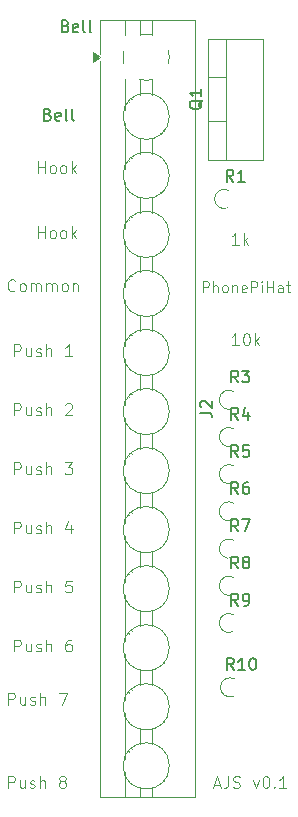
<source format=gbr>
%TF.GenerationSoftware,KiCad,Pcbnew,8.0.8*%
%TF.CreationDate,2025-03-16T18:45:55-07:00*%
%TF.ProjectId,PhonePiHat,50686f6e-6550-4694-9861-742e6b696361,rev?*%
%TF.SameCoordinates,Original*%
%TF.FileFunction,Legend,Top*%
%TF.FilePolarity,Positive*%
%FSLAX46Y46*%
G04 Gerber Fmt 4.6, Leading zero omitted, Abs format (unit mm)*
G04 Created by KiCad (PCBNEW 8.0.8) date 2025-03-16 18:45:55*
%MOMM*%
%LPD*%
G01*
G04 APERTURE LIST*
%ADD10C,0.100000*%
%ADD11C,0.150000*%
%ADD12C,0.120000*%
G04 APERTURE END LIST*
D10*
X20323884Y-74312419D02*
X20323884Y-73312419D01*
X20323884Y-73312419D02*
X20704836Y-73312419D01*
X20704836Y-73312419D02*
X20800074Y-73360038D01*
X20800074Y-73360038D02*
X20847693Y-73407657D01*
X20847693Y-73407657D02*
X20895312Y-73502895D01*
X20895312Y-73502895D02*
X20895312Y-73645752D01*
X20895312Y-73645752D02*
X20847693Y-73740990D01*
X20847693Y-73740990D02*
X20800074Y-73788609D01*
X20800074Y-73788609D02*
X20704836Y-73836228D01*
X20704836Y-73836228D02*
X20323884Y-73836228D01*
X21752455Y-73645752D02*
X21752455Y-74312419D01*
X21323884Y-73645752D02*
X21323884Y-74169561D01*
X21323884Y-74169561D02*
X21371503Y-74264800D01*
X21371503Y-74264800D02*
X21466741Y-74312419D01*
X21466741Y-74312419D02*
X21609598Y-74312419D01*
X21609598Y-74312419D02*
X21704836Y-74264800D01*
X21704836Y-74264800D02*
X21752455Y-74217180D01*
X22181027Y-74264800D02*
X22276265Y-74312419D01*
X22276265Y-74312419D02*
X22466741Y-74312419D01*
X22466741Y-74312419D02*
X22561979Y-74264800D01*
X22561979Y-74264800D02*
X22609598Y-74169561D01*
X22609598Y-74169561D02*
X22609598Y-74121942D01*
X22609598Y-74121942D02*
X22561979Y-74026704D01*
X22561979Y-74026704D02*
X22466741Y-73979085D01*
X22466741Y-73979085D02*
X22323884Y-73979085D01*
X22323884Y-73979085D02*
X22228646Y-73931466D01*
X22228646Y-73931466D02*
X22181027Y-73836228D01*
X22181027Y-73836228D02*
X22181027Y-73788609D01*
X22181027Y-73788609D02*
X22228646Y-73693371D01*
X22228646Y-73693371D02*
X22323884Y-73645752D01*
X22323884Y-73645752D02*
X22466741Y-73645752D01*
X22466741Y-73645752D02*
X22561979Y-73693371D01*
X23038170Y-74312419D02*
X23038170Y-73312419D01*
X23466741Y-74312419D02*
X23466741Y-73788609D01*
X23466741Y-73788609D02*
X23419122Y-73693371D01*
X23419122Y-73693371D02*
X23323884Y-73645752D01*
X23323884Y-73645752D02*
X23181027Y-73645752D01*
X23181027Y-73645752D02*
X23085789Y-73693371D01*
X23085789Y-73693371D02*
X23038170Y-73740990D01*
X24657218Y-73407657D02*
X24704837Y-73360038D01*
X24704837Y-73360038D02*
X24800075Y-73312419D01*
X24800075Y-73312419D02*
X25038170Y-73312419D01*
X25038170Y-73312419D02*
X25133408Y-73360038D01*
X25133408Y-73360038D02*
X25181027Y-73407657D01*
X25181027Y-73407657D02*
X25228646Y-73502895D01*
X25228646Y-73502895D02*
X25228646Y-73598133D01*
X25228646Y-73598133D02*
X25181027Y-73740990D01*
X25181027Y-73740990D02*
X24609599Y-74312419D01*
X24609599Y-74312419D02*
X25228646Y-74312419D01*
X39327693Y-59872419D02*
X38756265Y-59872419D01*
X39041979Y-59872419D02*
X39041979Y-58872419D01*
X39041979Y-58872419D02*
X38946741Y-59015276D01*
X38946741Y-59015276D02*
X38851503Y-59110514D01*
X38851503Y-59110514D02*
X38756265Y-59158133D01*
X39756265Y-59872419D02*
X39756265Y-58872419D01*
X39851503Y-59491466D02*
X40137217Y-59872419D01*
X40137217Y-59205752D02*
X39756265Y-59586704D01*
X19823884Y-98812419D02*
X19823884Y-97812419D01*
X19823884Y-97812419D02*
X20204836Y-97812419D01*
X20204836Y-97812419D02*
X20300074Y-97860038D01*
X20300074Y-97860038D02*
X20347693Y-97907657D01*
X20347693Y-97907657D02*
X20395312Y-98002895D01*
X20395312Y-98002895D02*
X20395312Y-98145752D01*
X20395312Y-98145752D02*
X20347693Y-98240990D01*
X20347693Y-98240990D02*
X20300074Y-98288609D01*
X20300074Y-98288609D02*
X20204836Y-98336228D01*
X20204836Y-98336228D02*
X19823884Y-98336228D01*
X21252455Y-98145752D02*
X21252455Y-98812419D01*
X20823884Y-98145752D02*
X20823884Y-98669561D01*
X20823884Y-98669561D02*
X20871503Y-98764800D01*
X20871503Y-98764800D02*
X20966741Y-98812419D01*
X20966741Y-98812419D02*
X21109598Y-98812419D01*
X21109598Y-98812419D02*
X21204836Y-98764800D01*
X21204836Y-98764800D02*
X21252455Y-98717180D01*
X21681027Y-98764800D02*
X21776265Y-98812419D01*
X21776265Y-98812419D02*
X21966741Y-98812419D01*
X21966741Y-98812419D02*
X22061979Y-98764800D01*
X22061979Y-98764800D02*
X22109598Y-98669561D01*
X22109598Y-98669561D02*
X22109598Y-98621942D01*
X22109598Y-98621942D02*
X22061979Y-98526704D01*
X22061979Y-98526704D02*
X21966741Y-98479085D01*
X21966741Y-98479085D02*
X21823884Y-98479085D01*
X21823884Y-98479085D02*
X21728646Y-98431466D01*
X21728646Y-98431466D02*
X21681027Y-98336228D01*
X21681027Y-98336228D02*
X21681027Y-98288609D01*
X21681027Y-98288609D02*
X21728646Y-98193371D01*
X21728646Y-98193371D02*
X21823884Y-98145752D01*
X21823884Y-98145752D02*
X21966741Y-98145752D01*
X21966741Y-98145752D02*
X22061979Y-98193371D01*
X22538170Y-98812419D02*
X22538170Y-97812419D01*
X22966741Y-98812419D02*
X22966741Y-98288609D01*
X22966741Y-98288609D02*
X22919122Y-98193371D01*
X22919122Y-98193371D02*
X22823884Y-98145752D01*
X22823884Y-98145752D02*
X22681027Y-98145752D01*
X22681027Y-98145752D02*
X22585789Y-98193371D01*
X22585789Y-98193371D02*
X22538170Y-98240990D01*
X24109599Y-97812419D02*
X24776265Y-97812419D01*
X24776265Y-97812419D02*
X24347694Y-98812419D01*
X19803884Y-105872419D02*
X19803884Y-104872419D01*
X19803884Y-104872419D02*
X20184836Y-104872419D01*
X20184836Y-104872419D02*
X20280074Y-104920038D01*
X20280074Y-104920038D02*
X20327693Y-104967657D01*
X20327693Y-104967657D02*
X20375312Y-105062895D01*
X20375312Y-105062895D02*
X20375312Y-105205752D01*
X20375312Y-105205752D02*
X20327693Y-105300990D01*
X20327693Y-105300990D02*
X20280074Y-105348609D01*
X20280074Y-105348609D02*
X20184836Y-105396228D01*
X20184836Y-105396228D02*
X19803884Y-105396228D01*
X21232455Y-105205752D02*
X21232455Y-105872419D01*
X20803884Y-105205752D02*
X20803884Y-105729561D01*
X20803884Y-105729561D02*
X20851503Y-105824800D01*
X20851503Y-105824800D02*
X20946741Y-105872419D01*
X20946741Y-105872419D02*
X21089598Y-105872419D01*
X21089598Y-105872419D02*
X21184836Y-105824800D01*
X21184836Y-105824800D02*
X21232455Y-105777180D01*
X21661027Y-105824800D02*
X21756265Y-105872419D01*
X21756265Y-105872419D02*
X21946741Y-105872419D01*
X21946741Y-105872419D02*
X22041979Y-105824800D01*
X22041979Y-105824800D02*
X22089598Y-105729561D01*
X22089598Y-105729561D02*
X22089598Y-105681942D01*
X22089598Y-105681942D02*
X22041979Y-105586704D01*
X22041979Y-105586704D02*
X21946741Y-105539085D01*
X21946741Y-105539085D02*
X21803884Y-105539085D01*
X21803884Y-105539085D02*
X21708646Y-105491466D01*
X21708646Y-105491466D02*
X21661027Y-105396228D01*
X21661027Y-105396228D02*
X21661027Y-105348609D01*
X21661027Y-105348609D02*
X21708646Y-105253371D01*
X21708646Y-105253371D02*
X21803884Y-105205752D01*
X21803884Y-105205752D02*
X21946741Y-105205752D01*
X21946741Y-105205752D02*
X22041979Y-105253371D01*
X22518170Y-105872419D02*
X22518170Y-104872419D01*
X22946741Y-105872419D02*
X22946741Y-105348609D01*
X22946741Y-105348609D02*
X22899122Y-105253371D01*
X22899122Y-105253371D02*
X22803884Y-105205752D01*
X22803884Y-105205752D02*
X22661027Y-105205752D01*
X22661027Y-105205752D02*
X22565789Y-105253371D01*
X22565789Y-105253371D02*
X22518170Y-105300990D01*
X24327694Y-105300990D02*
X24232456Y-105253371D01*
X24232456Y-105253371D02*
X24184837Y-105205752D01*
X24184837Y-105205752D02*
X24137218Y-105110514D01*
X24137218Y-105110514D02*
X24137218Y-105062895D01*
X24137218Y-105062895D02*
X24184837Y-104967657D01*
X24184837Y-104967657D02*
X24232456Y-104920038D01*
X24232456Y-104920038D02*
X24327694Y-104872419D01*
X24327694Y-104872419D02*
X24518170Y-104872419D01*
X24518170Y-104872419D02*
X24613408Y-104920038D01*
X24613408Y-104920038D02*
X24661027Y-104967657D01*
X24661027Y-104967657D02*
X24708646Y-105062895D01*
X24708646Y-105062895D02*
X24708646Y-105110514D01*
X24708646Y-105110514D02*
X24661027Y-105205752D01*
X24661027Y-105205752D02*
X24613408Y-105253371D01*
X24613408Y-105253371D02*
X24518170Y-105300990D01*
X24518170Y-105300990D02*
X24327694Y-105300990D01*
X24327694Y-105300990D02*
X24232456Y-105348609D01*
X24232456Y-105348609D02*
X24184837Y-105396228D01*
X24184837Y-105396228D02*
X24137218Y-105491466D01*
X24137218Y-105491466D02*
X24137218Y-105681942D01*
X24137218Y-105681942D02*
X24184837Y-105777180D01*
X24184837Y-105777180D02*
X24232456Y-105824800D01*
X24232456Y-105824800D02*
X24327694Y-105872419D01*
X24327694Y-105872419D02*
X24518170Y-105872419D01*
X24518170Y-105872419D02*
X24613408Y-105824800D01*
X24613408Y-105824800D02*
X24661027Y-105777180D01*
X24661027Y-105777180D02*
X24708646Y-105681942D01*
X24708646Y-105681942D02*
X24708646Y-105491466D01*
X24708646Y-105491466D02*
X24661027Y-105396228D01*
X24661027Y-105396228D02*
X24613408Y-105348609D01*
X24613408Y-105348609D02*
X24518170Y-105300990D01*
X20323884Y-89312419D02*
X20323884Y-88312419D01*
X20323884Y-88312419D02*
X20704836Y-88312419D01*
X20704836Y-88312419D02*
X20800074Y-88360038D01*
X20800074Y-88360038D02*
X20847693Y-88407657D01*
X20847693Y-88407657D02*
X20895312Y-88502895D01*
X20895312Y-88502895D02*
X20895312Y-88645752D01*
X20895312Y-88645752D02*
X20847693Y-88740990D01*
X20847693Y-88740990D02*
X20800074Y-88788609D01*
X20800074Y-88788609D02*
X20704836Y-88836228D01*
X20704836Y-88836228D02*
X20323884Y-88836228D01*
X21752455Y-88645752D02*
X21752455Y-89312419D01*
X21323884Y-88645752D02*
X21323884Y-89169561D01*
X21323884Y-89169561D02*
X21371503Y-89264800D01*
X21371503Y-89264800D02*
X21466741Y-89312419D01*
X21466741Y-89312419D02*
X21609598Y-89312419D01*
X21609598Y-89312419D02*
X21704836Y-89264800D01*
X21704836Y-89264800D02*
X21752455Y-89217180D01*
X22181027Y-89264800D02*
X22276265Y-89312419D01*
X22276265Y-89312419D02*
X22466741Y-89312419D01*
X22466741Y-89312419D02*
X22561979Y-89264800D01*
X22561979Y-89264800D02*
X22609598Y-89169561D01*
X22609598Y-89169561D02*
X22609598Y-89121942D01*
X22609598Y-89121942D02*
X22561979Y-89026704D01*
X22561979Y-89026704D02*
X22466741Y-88979085D01*
X22466741Y-88979085D02*
X22323884Y-88979085D01*
X22323884Y-88979085D02*
X22228646Y-88931466D01*
X22228646Y-88931466D02*
X22181027Y-88836228D01*
X22181027Y-88836228D02*
X22181027Y-88788609D01*
X22181027Y-88788609D02*
X22228646Y-88693371D01*
X22228646Y-88693371D02*
X22323884Y-88645752D01*
X22323884Y-88645752D02*
X22466741Y-88645752D01*
X22466741Y-88645752D02*
X22561979Y-88693371D01*
X23038170Y-89312419D02*
X23038170Y-88312419D01*
X23466741Y-89312419D02*
X23466741Y-88788609D01*
X23466741Y-88788609D02*
X23419122Y-88693371D01*
X23419122Y-88693371D02*
X23323884Y-88645752D01*
X23323884Y-88645752D02*
X23181027Y-88645752D01*
X23181027Y-88645752D02*
X23085789Y-88693371D01*
X23085789Y-88693371D02*
X23038170Y-88740990D01*
X25181027Y-88312419D02*
X24704837Y-88312419D01*
X24704837Y-88312419D02*
X24657218Y-88788609D01*
X24657218Y-88788609D02*
X24704837Y-88740990D01*
X24704837Y-88740990D02*
X24800075Y-88693371D01*
X24800075Y-88693371D02*
X25038170Y-88693371D01*
X25038170Y-88693371D02*
X25133408Y-88740990D01*
X25133408Y-88740990D02*
X25181027Y-88788609D01*
X25181027Y-88788609D02*
X25228646Y-88883847D01*
X25228646Y-88883847D02*
X25228646Y-89121942D01*
X25228646Y-89121942D02*
X25181027Y-89217180D01*
X25181027Y-89217180D02*
X25133408Y-89264800D01*
X25133408Y-89264800D02*
X25038170Y-89312419D01*
X25038170Y-89312419D02*
X24800075Y-89312419D01*
X24800075Y-89312419D02*
X24704837Y-89264800D01*
X24704837Y-89264800D02*
X24657218Y-89217180D01*
X22323884Y-53812419D02*
X22323884Y-52812419D01*
X22323884Y-53288609D02*
X22895312Y-53288609D01*
X22895312Y-53812419D02*
X22895312Y-52812419D01*
X23514360Y-53812419D02*
X23419122Y-53764800D01*
X23419122Y-53764800D02*
X23371503Y-53717180D01*
X23371503Y-53717180D02*
X23323884Y-53621942D01*
X23323884Y-53621942D02*
X23323884Y-53336228D01*
X23323884Y-53336228D02*
X23371503Y-53240990D01*
X23371503Y-53240990D02*
X23419122Y-53193371D01*
X23419122Y-53193371D02*
X23514360Y-53145752D01*
X23514360Y-53145752D02*
X23657217Y-53145752D01*
X23657217Y-53145752D02*
X23752455Y-53193371D01*
X23752455Y-53193371D02*
X23800074Y-53240990D01*
X23800074Y-53240990D02*
X23847693Y-53336228D01*
X23847693Y-53336228D02*
X23847693Y-53621942D01*
X23847693Y-53621942D02*
X23800074Y-53717180D01*
X23800074Y-53717180D02*
X23752455Y-53764800D01*
X23752455Y-53764800D02*
X23657217Y-53812419D01*
X23657217Y-53812419D02*
X23514360Y-53812419D01*
X24419122Y-53812419D02*
X24323884Y-53764800D01*
X24323884Y-53764800D02*
X24276265Y-53717180D01*
X24276265Y-53717180D02*
X24228646Y-53621942D01*
X24228646Y-53621942D02*
X24228646Y-53336228D01*
X24228646Y-53336228D02*
X24276265Y-53240990D01*
X24276265Y-53240990D02*
X24323884Y-53193371D01*
X24323884Y-53193371D02*
X24419122Y-53145752D01*
X24419122Y-53145752D02*
X24561979Y-53145752D01*
X24561979Y-53145752D02*
X24657217Y-53193371D01*
X24657217Y-53193371D02*
X24704836Y-53240990D01*
X24704836Y-53240990D02*
X24752455Y-53336228D01*
X24752455Y-53336228D02*
X24752455Y-53621942D01*
X24752455Y-53621942D02*
X24704836Y-53717180D01*
X24704836Y-53717180D02*
X24657217Y-53764800D01*
X24657217Y-53764800D02*
X24561979Y-53812419D01*
X24561979Y-53812419D02*
X24419122Y-53812419D01*
X25181027Y-53812419D02*
X25181027Y-52812419D01*
X25276265Y-53431466D02*
X25561979Y-53812419D01*
X25561979Y-53145752D02*
X25181027Y-53526704D01*
X22323884Y-59312419D02*
X22323884Y-58312419D01*
X22323884Y-58788609D02*
X22895312Y-58788609D01*
X22895312Y-59312419D02*
X22895312Y-58312419D01*
X23514360Y-59312419D02*
X23419122Y-59264800D01*
X23419122Y-59264800D02*
X23371503Y-59217180D01*
X23371503Y-59217180D02*
X23323884Y-59121942D01*
X23323884Y-59121942D02*
X23323884Y-58836228D01*
X23323884Y-58836228D02*
X23371503Y-58740990D01*
X23371503Y-58740990D02*
X23419122Y-58693371D01*
X23419122Y-58693371D02*
X23514360Y-58645752D01*
X23514360Y-58645752D02*
X23657217Y-58645752D01*
X23657217Y-58645752D02*
X23752455Y-58693371D01*
X23752455Y-58693371D02*
X23800074Y-58740990D01*
X23800074Y-58740990D02*
X23847693Y-58836228D01*
X23847693Y-58836228D02*
X23847693Y-59121942D01*
X23847693Y-59121942D02*
X23800074Y-59217180D01*
X23800074Y-59217180D02*
X23752455Y-59264800D01*
X23752455Y-59264800D02*
X23657217Y-59312419D01*
X23657217Y-59312419D02*
X23514360Y-59312419D01*
X24419122Y-59312419D02*
X24323884Y-59264800D01*
X24323884Y-59264800D02*
X24276265Y-59217180D01*
X24276265Y-59217180D02*
X24228646Y-59121942D01*
X24228646Y-59121942D02*
X24228646Y-58836228D01*
X24228646Y-58836228D02*
X24276265Y-58740990D01*
X24276265Y-58740990D02*
X24323884Y-58693371D01*
X24323884Y-58693371D02*
X24419122Y-58645752D01*
X24419122Y-58645752D02*
X24561979Y-58645752D01*
X24561979Y-58645752D02*
X24657217Y-58693371D01*
X24657217Y-58693371D02*
X24704836Y-58740990D01*
X24704836Y-58740990D02*
X24752455Y-58836228D01*
X24752455Y-58836228D02*
X24752455Y-59121942D01*
X24752455Y-59121942D02*
X24704836Y-59217180D01*
X24704836Y-59217180D02*
X24657217Y-59264800D01*
X24657217Y-59264800D02*
X24561979Y-59312419D01*
X24561979Y-59312419D02*
X24419122Y-59312419D01*
X25181027Y-59312419D02*
X25181027Y-58312419D01*
X25276265Y-58931466D02*
X25561979Y-59312419D01*
X25561979Y-58645752D02*
X25181027Y-59026704D01*
D11*
X24670112Y-41346009D02*
X24812969Y-41393628D01*
X24812969Y-41393628D02*
X24860588Y-41441247D01*
X24860588Y-41441247D02*
X24908207Y-41536485D01*
X24908207Y-41536485D02*
X24908207Y-41679342D01*
X24908207Y-41679342D02*
X24860588Y-41774580D01*
X24860588Y-41774580D02*
X24812969Y-41822200D01*
X24812969Y-41822200D02*
X24717731Y-41869819D01*
X24717731Y-41869819D02*
X24336779Y-41869819D01*
X24336779Y-41869819D02*
X24336779Y-40869819D01*
X24336779Y-40869819D02*
X24670112Y-40869819D01*
X24670112Y-40869819D02*
X24765350Y-40917438D01*
X24765350Y-40917438D02*
X24812969Y-40965057D01*
X24812969Y-40965057D02*
X24860588Y-41060295D01*
X24860588Y-41060295D02*
X24860588Y-41155533D01*
X24860588Y-41155533D02*
X24812969Y-41250771D01*
X24812969Y-41250771D02*
X24765350Y-41298390D01*
X24765350Y-41298390D02*
X24670112Y-41346009D01*
X24670112Y-41346009D02*
X24336779Y-41346009D01*
X25717731Y-41822200D02*
X25622493Y-41869819D01*
X25622493Y-41869819D02*
X25432017Y-41869819D01*
X25432017Y-41869819D02*
X25336779Y-41822200D01*
X25336779Y-41822200D02*
X25289160Y-41726961D01*
X25289160Y-41726961D02*
X25289160Y-41346009D01*
X25289160Y-41346009D02*
X25336779Y-41250771D01*
X25336779Y-41250771D02*
X25432017Y-41203152D01*
X25432017Y-41203152D02*
X25622493Y-41203152D01*
X25622493Y-41203152D02*
X25717731Y-41250771D01*
X25717731Y-41250771D02*
X25765350Y-41346009D01*
X25765350Y-41346009D02*
X25765350Y-41441247D01*
X25765350Y-41441247D02*
X25289160Y-41536485D01*
X26336779Y-41869819D02*
X26241541Y-41822200D01*
X26241541Y-41822200D02*
X26193922Y-41726961D01*
X26193922Y-41726961D02*
X26193922Y-40869819D01*
X26860589Y-41869819D02*
X26765351Y-41822200D01*
X26765351Y-41822200D02*
X26717732Y-41726961D01*
X26717732Y-41726961D02*
X26717732Y-40869819D01*
D10*
X37256265Y-105586704D02*
X37732455Y-105586704D01*
X37161027Y-105872419D02*
X37494360Y-104872419D01*
X37494360Y-104872419D02*
X37827693Y-105872419D01*
X38446741Y-104872419D02*
X38446741Y-105586704D01*
X38446741Y-105586704D02*
X38399122Y-105729561D01*
X38399122Y-105729561D02*
X38303884Y-105824800D01*
X38303884Y-105824800D02*
X38161027Y-105872419D01*
X38161027Y-105872419D02*
X38065789Y-105872419D01*
X38875313Y-105824800D02*
X39018170Y-105872419D01*
X39018170Y-105872419D02*
X39256265Y-105872419D01*
X39256265Y-105872419D02*
X39351503Y-105824800D01*
X39351503Y-105824800D02*
X39399122Y-105777180D01*
X39399122Y-105777180D02*
X39446741Y-105681942D01*
X39446741Y-105681942D02*
X39446741Y-105586704D01*
X39446741Y-105586704D02*
X39399122Y-105491466D01*
X39399122Y-105491466D02*
X39351503Y-105443847D01*
X39351503Y-105443847D02*
X39256265Y-105396228D01*
X39256265Y-105396228D02*
X39065789Y-105348609D01*
X39065789Y-105348609D02*
X38970551Y-105300990D01*
X38970551Y-105300990D02*
X38922932Y-105253371D01*
X38922932Y-105253371D02*
X38875313Y-105158133D01*
X38875313Y-105158133D02*
X38875313Y-105062895D01*
X38875313Y-105062895D02*
X38922932Y-104967657D01*
X38922932Y-104967657D02*
X38970551Y-104920038D01*
X38970551Y-104920038D02*
X39065789Y-104872419D01*
X39065789Y-104872419D02*
X39303884Y-104872419D01*
X39303884Y-104872419D02*
X39446741Y-104920038D01*
X40541980Y-105205752D02*
X40780075Y-105872419D01*
X40780075Y-105872419D02*
X41018170Y-105205752D01*
X41589599Y-104872419D02*
X41684837Y-104872419D01*
X41684837Y-104872419D02*
X41780075Y-104920038D01*
X41780075Y-104920038D02*
X41827694Y-104967657D01*
X41827694Y-104967657D02*
X41875313Y-105062895D01*
X41875313Y-105062895D02*
X41922932Y-105253371D01*
X41922932Y-105253371D02*
X41922932Y-105491466D01*
X41922932Y-105491466D02*
X41875313Y-105681942D01*
X41875313Y-105681942D02*
X41827694Y-105777180D01*
X41827694Y-105777180D02*
X41780075Y-105824800D01*
X41780075Y-105824800D02*
X41684837Y-105872419D01*
X41684837Y-105872419D02*
X41589599Y-105872419D01*
X41589599Y-105872419D02*
X41494361Y-105824800D01*
X41494361Y-105824800D02*
X41446742Y-105777180D01*
X41446742Y-105777180D02*
X41399123Y-105681942D01*
X41399123Y-105681942D02*
X41351504Y-105491466D01*
X41351504Y-105491466D02*
X41351504Y-105253371D01*
X41351504Y-105253371D02*
X41399123Y-105062895D01*
X41399123Y-105062895D02*
X41446742Y-104967657D01*
X41446742Y-104967657D02*
X41494361Y-104920038D01*
X41494361Y-104920038D02*
X41589599Y-104872419D01*
X42351504Y-105777180D02*
X42399123Y-105824800D01*
X42399123Y-105824800D02*
X42351504Y-105872419D01*
X42351504Y-105872419D02*
X42303885Y-105824800D01*
X42303885Y-105824800D02*
X42351504Y-105777180D01*
X42351504Y-105777180D02*
X42351504Y-105872419D01*
X43351503Y-105872419D02*
X42780075Y-105872419D01*
X43065789Y-105872419D02*
X43065789Y-104872419D01*
X43065789Y-104872419D02*
X42970551Y-105015276D01*
X42970551Y-105015276D02*
X42875313Y-105110514D01*
X42875313Y-105110514D02*
X42780075Y-105158133D01*
X39327693Y-68372419D02*
X38756265Y-68372419D01*
X39041979Y-68372419D02*
X39041979Y-67372419D01*
X39041979Y-67372419D02*
X38946741Y-67515276D01*
X38946741Y-67515276D02*
X38851503Y-67610514D01*
X38851503Y-67610514D02*
X38756265Y-67658133D01*
X39946741Y-67372419D02*
X40041979Y-67372419D01*
X40041979Y-67372419D02*
X40137217Y-67420038D01*
X40137217Y-67420038D02*
X40184836Y-67467657D01*
X40184836Y-67467657D02*
X40232455Y-67562895D01*
X40232455Y-67562895D02*
X40280074Y-67753371D01*
X40280074Y-67753371D02*
X40280074Y-67991466D01*
X40280074Y-67991466D02*
X40232455Y-68181942D01*
X40232455Y-68181942D02*
X40184836Y-68277180D01*
X40184836Y-68277180D02*
X40137217Y-68324800D01*
X40137217Y-68324800D02*
X40041979Y-68372419D01*
X40041979Y-68372419D02*
X39946741Y-68372419D01*
X39946741Y-68372419D02*
X39851503Y-68324800D01*
X39851503Y-68324800D02*
X39803884Y-68277180D01*
X39803884Y-68277180D02*
X39756265Y-68181942D01*
X39756265Y-68181942D02*
X39708646Y-67991466D01*
X39708646Y-67991466D02*
X39708646Y-67753371D01*
X39708646Y-67753371D02*
X39756265Y-67562895D01*
X39756265Y-67562895D02*
X39803884Y-67467657D01*
X39803884Y-67467657D02*
X39851503Y-67420038D01*
X39851503Y-67420038D02*
X39946741Y-67372419D01*
X40708646Y-68372419D02*
X40708646Y-67372419D01*
X40803884Y-67991466D02*
X41089598Y-68372419D01*
X41089598Y-67705752D02*
X40708646Y-68086704D01*
X36280074Y-63884657D02*
X36280074Y-62984657D01*
X36280074Y-62984657D02*
X36622931Y-62984657D01*
X36622931Y-62984657D02*
X36708646Y-63027514D01*
X36708646Y-63027514D02*
X36751503Y-63070371D01*
X36751503Y-63070371D02*
X36794360Y-63156085D01*
X36794360Y-63156085D02*
X36794360Y-63284657D01*
X36794360Y-63284657D02*
X36751503Y-63370371D01*
X36751503Y-63370371D02*
X36708646Y-63413228D01*
X36708646Y-63413228D02*
X36622931Y-63456085D01*
X36622931Y-63456085D02*
X36280074Y-63456085D01*
X37180074Y-63884657D02*
X37180074Y-62984657D01*
X37565789Y-63884657D02*
X37565789Y-63413228D01*
X37565789Y-63413228D02*
X37522931Y-63327514D01*
X37522931Y-63327514D02*
X37437217Y-63284657D01*
X37437217Y-63284657D02*
X37308646Y-63284657D01*
X37308646Y-63284657D02*
X37222931Y-63327514D01*
X37222931Y-63327514D02*
X37180074Y-63370371D01*
X38122932Y-63884657D02*
X38037217Y-63841800D01*
X38037217Y-63841800D02*
X37994360Y-63798942D01*
X37994360Y-63798942D02*
X37951503Y-63713228D01*
X37951503Y-63713228D02*
X37951503Y-63456085D01*
X37951503Y-63456085D02*
X37994360Y-63370371D01*
X37994360Y-63370371D02*
X38037217Y-63327514D01*
X38037217Y-63327514D02*
X38122932Y-63284657D01*
X38122932Y-63284657D02*
X38251503Y-63284657D01*
X38251503Y-63284657D02*
X38337217Y-63327514D01*
X38337217Y-63327514D02*
X38380075Y-63370371D01*
X38380075Y-63370371D02*
X38422932Y-63456085D01*
X38422932Y-63456085D02*
X38422932Y-63713228D01*
X38422932Y-63713228D02*
X38380075Y-63798942D01*
X38380075Y-63798942D02*
X38337217Y-63841800D01*
X38337217Y-63841800D02*
X38251503Y-63884657D01*
X38251503Y-63884657D02*
X38122932Y-63884657D01*
X38808646Y-63284657D02*
X38808646Y-63884657D01*
X38808646Y-63370371D02*
X38851503Y-63327514D01*
X38851503Y-63327514D02*
X38937218Y-63284657D01*
X38937218Y-63284657D02*
X39065789Y-63284657D01*
X39065789Y-63284657D02*
X39151503Y-63327514D01*
X39151503Y-63327514D02*
X39194361Y-63413228D01*
X39194361Y-63413228D02*
X39194361Y-63884657D01*
X39965789Y-63841800D02*
X39880075Y-63884657D01*
X39880075Y-63884657D02*
X39708647Y-63884657D01*
X39708647Y-63884657D02*
X39622932Y-63841800D01*
X39622932Y-63841800D02*
X39580075Y-63756085D01*
X39580075Y-63756085D02*
X39580075Y-63413228D01*
X39580075Y-63413228D02*
X39622932Y-63327514D01*
X39622932Y-63327514D02*
X39708647Y-63284657D01*
X39708647Y-63284657D02*
X39880075Y-63284657D01*
X39880075Y-63284657D02*
X39965789Y-63327514D01*
X39965789Y-63327514D02*
X40008647Y-63413228D01*
X40008647Y-63413228D02*
X40008647Y-63498942D01*
X40008647Y-63498942D02*
X39580075Y-63584657D01*
X40394361Y-63884657D02*
X40394361Y-62984657D01*
X40394361Y-62984657D02*
X40737218Y-62984657D01*
X40737218Y-62984657D02*
X40822933Y-63027514D01*
X40822933Y-63027514D02*
X40865790Y-63070371D01*
X40865790Y-63070371D02*
X40908647Y-63156085D01*
X40908647Y-63156085D02*
X40908647Y-63284657D01*
X40908647Y-63284657D02*
X40865790Y-63370371D01*
X40865790Y-63370371D02*
X40822933Y-63413228D01*
X40822933Y-63413228D02*
X40737218Y-63456085D01*
X40737218Y-63456085D02*
X40394361Y-63456085D01*
X41294361Y-63884657D02*
X41294361Y-63284657D01*
X41294361Y-62984657D02*
X41251504Y-63027514D01*
X41251504Y-63027514D02*
X41294361Y-63070371D01*
X41294361Y-63070371D02*
X41337218Y-63027514D01*
X41337218Y-63027514D02*
X41294361Y-62984657D01*
X41294361Y-62984657D02*
X41294361Y-63070371D01*
X41722932Y-63884657D02*
X41722932Y-62984657D01*
X41722932Y-63413228D02*
X42237218Y-63413228D01*
X42237218Y-63884657D02*
X42237218Y-62984657D01*
X43051504Y-63884657D02*
X43051504Y-63413228D01*
X43051504Y-63413228D02*
X43008646Y-63327514D01*
X43008646Y-63327514D02*
X42922932Y-63284657D01*
X42922932Y-63284657D02*
X42751504Y-63284657D01*
X42751504Y-63284657D02*
X42665789Y-63327514D01*
X43051504Y-63841800D02*
X42965789Y-63884657D01*
X42965789Y-63884657D02*
X42751504Y-63884657D01*
X42751504Y-63884657D02*
X42665789Y-63841800D01*
X42665789Y-63841800D02*
X42622932Y-63756085D01*
X42622932Y-63756085D02*
X42622932Y-63670371D01*
X42622932Y-63670371D02*
X42665789Y-63584657D01*
X42665789Y-63584657D02*
X42751504Y-63541800D01*
X42751504Y-63541800D02*
X42965789Y-63541800D01*
X42965789Y-63541800D02*
X43051504Y-63498942D01*
X43351504Y-63284657D02*
X43694361Y-63284657D01*
X43480075Y-62984657D02*
X43480075Y-63756085D01*
X43480075Y-63756085D02*
X43522932Y-63841800D01*
X43522932Y-63841800D02*
X43608647Y-63884657D01*
X43608647Y-63884657D02*
X43694361Y-63884657D01*
X20395312Y-63717180D02*
X20347693Y-63764800D01*
X20347693Y-63764800D02*
X20204836Y-63812419D01*
X20204836Y-63812419D02*
X20109598Y-63812419D01*
X20109598Y-63812419D02*
X19966741Y-63764800D01*
X19966741Y-63764800D02*
X19871503Y-63669561D01*
X19871503Y-63669561D02*
X19823884Y-63574323D01*
X19823884Y-63574323D02*
X19776265Y-63383847D01*
X19776265Y-63383847D02*
X19776265Y-63240990D01*
X19776265Y-63240990D02*
X19823884Y-63050514D01*
X19823884Y-63050514D02*
X19871503Y-62955276D01*
X19871503Y-62955276D02*
X19966741Y-62860038D01*
X19966741Y-62860038D02*
X20109598Y-62812419D01*
X20109598Y-62812419D02*
X20204836Y-62812419D01*
X20204836Y-62812419D02*
X20347693Y-62860038D01*
X20347693Y-62860038D02*
X20395312Y-62907657D01*
X20966741Y-63812419D02*
X20871503Y-63764800D01*
X20871503Y-63764800D02*
X20823884Y-63717180D01*
X20823884Y-63717180D02*
X20776265Y-63621942D01*
X20776265Y-63621942D02*
X20776265Y-63336228D01*
X20776265Y-63336228D02*
X20823884Y-63240990D01*
X20823884Y-63240990D02*
X20871503Y-63193371D01*
X20871503Y-63193371D02*
X20966741Y-63145752D01*
X20966741Y-63145752D02*
X21109598Y-63145752D01*
X21109598Y-63145752D02*
X21204836Y-63193371D01*
X21204836Y-63193371D02*
X21252455Y-63240990D01*
X21252455Y-63240990D02*
X21300074Y-63336228D01*
X21300074Y-63336228D02*
X21300074Y-63621942D01*
X21300074Y-63621942D02*
X21252455Y-63717180D01*
X21252455Y-63717180D02*
X21204836Y-63764800D01*
X21204836Y-63764800D02*
X21109598Y-63812419D01*
X21109598Y-63812419D02*
X20966741Y-63812419D01*
X21728646Y-63812419D02*
X21728646Y-63145752D01*
X21728646Y-63240990D02*
X21776265Y-63193371D01*
X21776265Y-63193371D02*
X21871503Y-63145752D01*
X21871503Y-63145752D02*
X22014360Y-63145752D01*
X22014360Y-63145752D02*
X22109598Y-63193371D01*
X22109598Y-63193371D02*
X22157217Y-63288609D01*
X22157217Y-63288609D02*
X22157217Y-63812419D01*
X22157217Y-63288609D02*
X22204836Y-63193371D01*
X22204836Y-63193371D02*
X22300074Y-63145752D01*
X22300074Y-63145752D02*
X22442931Y-63145752D01*
X22442931Y-63145752D02*
X22538170Y-63193371D01*
X22538170Y-63193371D02*
X22585789Y-63288609D01*
X22585789Y-63288609D02*
X22585789Y-63812419D01*
X23061979Y-63812419D02*
X23061979Y-63145752D01*
X23061979Y-63240990D02*
X23109598Y-63193371D01*
X23109598Y-63193371D02*
X23204836Y-63145752D01*
X23204836Y-63145752D02*
X23347693Y-63145752D01*
X23347693Y-63145752D02*
X23442931Y-63193371D01*
X23442931Y-63193371D02*
X23490550Y-63288609D01*
X23490550Y-63288609D02*
X23490550Y-63812419D01*
X23490550Y-63288609D02*
X23538169Y-63193371D01*
X23538169Y-63193371D02*
X23633407Y-63145752D01*
X23633407Y-63145752D02*
X23776264Y-63145752D01*
X23776264Y-63145752D02*
X23871503Y-63193371D01*
X23871503Y-63193371D02*
X23919122Y-63288609D01*
X23919122Y-63288609D02*
X23919122Y-63812419D01*
X24538169Y-63812419D02*
X24442931Y-63764800D01*
X24442931Y-63764800D02*
X24395312Y-63717180D01*
X24395312Y-63717180D02*
X24347693Y-63621942D01*
X24347693Y-63621942D02*
X24347693Y-63336228D01*
X24347693Y-63336228D02*
X24395312Y-63240990D01*
X24395312Y-63240990D02*
X24442931Y-63193371D01*
X24442931Y-63193371D02*
X24538169Y-63145752D01*
X24538169Y-63145752D02*
X24681026Y-63145752D01*
X24681026Y-63145752D02*
X24776264Y-63193371D01*
X24776264Y-63193371D02*
X24823883Y-63240990D01*
X24823883Y-63240990D02*
X24871502Y-63336228D01*
X24871502Y-63336228D02*
X24871502Y-63621942D01*
X24871502Y-63621942D02*
X24823883Y-63717180D01*
X24823883Y-63717180D02*
X24776264Y-63764800D01*
X24776264Y-63764800D02*
X24681026Y-63812419D01*
X24681026Y-63812419D02*
X24538169Y-63812419D01*
X25300074Y-63145752D02*
X25300074Y-63812419D01*
X25300074Y-63240990D02*
X25347693Y-63193371D01*
X25347693Y-63193371D02*
X25442931Y-63145752D01*
X25442931Y-63145752D02*
X25585788Y-63145752D01*
X25585788Y-63145752D02*
X25681026Y-63193371D01*
X25681026Y-63193371D02*
X25728645Y-63288609D01*
X25728645Y-63288609D02*
X25728645Y-63812419D01*
X20323884Y-79312419D02*
X20323884Y-78312419D01*
X20323884Y-78312419D02*
X20704836Y-78312419D01*
X20704836Y-78312419D02*
X20800074Y-78360038D01*
X20800074Y-78360038D02*
X20847693Y-78407657D01*
X20847693Y-78407657D02*
X20895312Y-78502895D01*
X20895312Y-78502895D02*
X20895312Y-78645752D01*
X20895312Y-78645752D02*
X20847693Y-78740990D01*
X20847693Y-78740990D02*
X20800074Y-78788609D01*
X20800074Y-78788609D02*
X20704836Y-78836228D01*
X20704836Y-78836228D02*
X20323884Y-78836228D01*
X21752455Y-78645752D02*
X21752455Y-79312419D01*
X21323884Y-78645752D02*
X21323884Y-79169561D01*
X21323884Y-79169561D02*
X21371503Y-79264800D01*
X21371503Y-79264800D02*
X21466741Y-79312419D01*
X21466741Y-79312419D02*
X21609598Y-79312419D01*
X21609598Y-79312419D02*
X21704836Y-79264800D01*
X21704836Y-79264800D02*
X21752455Y-79217180D01*
X22181027Y-79264800D02*
X22276265Y-79312419D01*
X22276265Y-79312419D02*
X22466741Y-79312419D01*
X22466741Y-79312419D02*
X22561979Y-79264800D01*
X22561979Y-79264800D02*
X22609598Y-79169561D01*
X22609598Y-79169561D02*
X22609598Y-79121942D01*
X22609598Y-79121942D02*
X22561979Y-79026704D01*
X22561979Y-79026704D02*
X22466741Y-78979085D01*
X22466741Y-78979085D02*
X22323884Y-78979085D01*
X22323884Y-78979085D02*
X22228646Y-78931466D01*
X22228646Y-78931466D02*
X22181027Y-78836228D01*
X22181027Y-78836228D02*
X22181027Y-78788609D01*
X22181027Y-78788609D02*
X22228646Y-78693371D01*
X22228646Y-78693371D02*
X22323884Y-78645752D01*
X22323884Y-78645752D02*
X22466741Y-78645752D01*
X22466741Y-78645752D02*
X22561979Y-78693371D01*
X23038170Y-79312419D02*
X23038170Y-78312419D01*
X23466741Y-79312419D02*
X23466741Y-78788609D01*
X23466741Y-78788609D02*
X23419122Y-78693371D01*
X23419122Y-78693371D02*
X23323884Y-78645752D01*
X23323884Y-78645752D02*
X23181027Y-78645752D01*
X23181027Y-78645752D02*
X23085789Y-78693371D01*
X23085789Y-78693371D02*
X23038170Y-78740990D01*
X24609599Y-78312419D02*
X25228646Y-78312419D01*
X25228646Y-78312419D02*
X24895313Y-78693371D01*
X24895313Y-78693371D02*
X25038170Y-78693371D01*
X25038170Y-78693371D02*
X25133408Y-78740990D01*
X25133408Y-78740990D02*
X25181027Y-78788609D01*
X25181027Y-78788609D02*
X25228646Y-78883847D01*
X25228646Y-78883847D02*
X25228646Y-79121942D01*
X25228646Y-79121942D02*
X25181027Y-79217180D01*
X25181027Y-79217180D02*
X25133408Y-79264800D01*
X25133408Y-79264800D02*
X25038170Y-79312419D01*
X25038170Y-79312419D02*
X24752456Y-79312419D01*
X24752456Y-79312419D02*
X24657218Y-79264800D01*
X24657218Y-79264800D02*
X24609599Y-79217180D01*
X20323884Y-69312419D02*
X20323884Y-68312419D01*
X20323884Y-68312419D02*
X20704836Y-68312419D01*
X20704836Y-68312419D02*
X20800074Y-68360038D01*
X20800074Y-68360038D02*
X20847693Y-68407657D01*
X20847693Y-68407657D02*
X20895312Y-68502895D01*
X20895312Y-68502895D02*
X20895312Y-68645752D01*
X20895312Y-68645752D02*
X20847693Y-68740990D01*
X20847693Y-68740990D02*
X20800074Y-68788609D01*
X20800074Y-68788609D02*
X20704836Y-68836228D01*
X20704836Y-68836228D02*
X20323884Y-68836228D01*
X21752455Y-68645752D02*
X21752455Y-69312419D01*
X21323884Y-68645752D02*
X21323884Y-69169561D01*
X21323884Y-69169561D02*
X21371503Y-69264800D01*
X21371503Y-69264800D02*
X21466741Y-69312419D01*
X21466741Y-69312419D02*
X21609598Y-69312419D01*
X21609598Y-69312419D02*
X21704836Y-69264800D01*
X21704836Y-69264800D02*
X21752455Y-69217180D01*
X22181027Y-69264800D02*
X22276265Y-69312419D01*
X22276265Y-69312419D02*
X22466741Y-69312419D01*
X22466741Y-69312419D02*
X22561979Y-69264800D01*
X22561979Y-69264800D02*
X22609598Y-69169561D01*
X22609598Y-69169561D02*
X22609598Y-69121942D01*
X22609598Y-69121942D02*
X22561979Y-69026704D01*
X22561979Y-69026704D02*
X22466741Y-68979085D01*
X22466741Y-68979085D02*
X22323884Y-68979085D01*
X22323884Y-68979085D02*
X22228646Y-68931466D01*
X22228646Y-68931466D02*
X22181027Y-68836228D01*
X22181027Y-68836228D02*
X22181027Y-68788609D01*
X22181027Y-68788609D02*
X22228646Y-68693371D01*
X22228646Y-68693371D02*
X22323884Y-68645752D01*
X22323884Y-68645752D02*
X22466741Y-68645752D01*
X22466741Y-68645752D02*
X22561979Y-68693371D01*
X23038170Y-69312419D02*
X23038170Y-68312419D01*
X23466741Y-69312419D02*
X23466741Y-68788609D01*
X23466741Y-68788609D02*
X23419122Y-68693371D01*
X23419122Y-68693371D02*
X23323884Y-68645752D01*
X23323884Y-68645752D02*
X23181027Y-68645752D01*
X23181027Y-68645752D02*
X23085789Y-68693371D01*
X23085789Y-68693371D02*
X23038170Y-68740990D01*
X25228646Y-69312419D02*
X24657218Y-69312419D01*
X24942932Y-69312419D02*
X24942932Y-68312419D01*
X24942932Y-68312419D02*
X24847694Y-68455276D01*
X24847694Y-68455276D02*
X24752456Y-68550514D01*
X24752456Y-68550514D02*
X24657218Y-68598133D01*
X20323884Y-94312419D02*
X20323884Y-93312419D01*
X20323884Y-93312419D02*
X20704836Y-93312419D01*
X20704836Y-93312419D02*
X20800074Y-93360038D01*
X20800074Y-93360038D02*
X20847693Y-93407657D01*
X20847693Y-93407657D02*
X20895312Y-93502895D01*
X20895312Y-93502895D02*
X20895312Y-93645752D01*
X20895312Y-93645752D02*
X20847693Y-93740990D01*
X20847693Y-93740990D02*
X20800074Y-93788609D01*
X20800074Y-93788609D02*
X20704836Y-93836228D01*
X20704836Y-93836228D02*
X20323884Y-93836228D01*
X21752455Y-93645752D02*
X21752455Y-94312419D01*
X21323884Y-93645752D02*
X21323884Y-94169561D01*
X21323884Y-94169561D02*
X21371503Y-94264800D01*
X21371503Y-94264800D02*
X21466741Y-94312419D01*
X21466741Y-94312419D02*
X21609598Y-94312419D01*
X21609598Y-94312419D02*
X21704836Y-94264800D01*
X21704836Y-94264800D02*
X21752455Y-94217180D01*
X22181027Y-94264800D02*
X22276265Y-94312419D01*
X22276265Y-94312419D02*
X22466741Y-94312419D01*
X22466741Y-94312419D02*
X22561979Y-94264800D01*
X22561979Y-94264800D02*
X22609598Y-94169561D01*
X22609598Y-94169561D02*
X22609598Y-94121942D01*
X22609598Y-94121942D02*
X22561979Y-94026704D01*
X22561979Y-94026704D02*
X22466741Y-93979085D01*
X22466741Y-93979085D02*
X22323884Y-93979085D01*
X22323884Y-93979085D02*
X22228646Y-93931466D01*
X22228646Y-93931466D02*
X22181027Y-93836228D01*
X22181027Y-93836228D02*
X22181027Y-93788609D01*
X22181027Y-93788609D02*
X22228646Y-93693371D01*
X22228646Y-93693371D02*
X22323884Y-93645752D01*
X22323884Y-93645752D02*
X22466741Y-93645752D01*
X22466741Y-93645752D02*
X22561979Y-93693371D01*
X23038170Y-94312419D02*
X23038170Y-93312419D01*
X23466741Y-94312419D02*
X23466741Y-93788609D01*
X23466741Y-93788609D02*
X23419122Y-93693371D01*
X23419122Y-93693371D02*
X23323884Y-93645752D01*
X23323884Y-93645752D02*
X23181027Y-93645752D01*
X23181027Y-93645752D02*
X23085789Y-93693371D01*
X23085789Y-93693371D02*
X23038170Y-93740990D01*
X25133408Y-93312419D02*
X24942932Y-93312419D01*
X24942932Y-93312419D02*
X24847694Y-93360038D01*
X24847694Y-93360038D02*
X24800075Y-93407657D01*
X24800075Y-93407657D02*
X24704837Y-93550514D01*
X24704837Y-93550514D02*
X24657218Y-93740990D01*
X24657218Y-93740990D02*
X24657218Y-94121942D01*
X24657218Y-94121942D02*
X24704837Y-94217180D01*
X24704837Y-94217180D02*
X24752456Y-94264800D01*
X24752456Y-94264800D02*
X24847694Y-94312419D01*
X24847694Y-94312419D02*
X25038170Y-94312419D01*
X25038170Y-94312419D02*
X25133408Y-94264800D01*
X25133408Y-94264800D02*
X25181027Y-94217180D01*
X25181027Y-94217180D02*
X25228646Y-94121942D01*
X25228646Y-94121942D02*
X25228646Y-93883847D01*
X25228646Y-93883847D02*
X25181027Y-93788609D01*
X25181027Y-93788609D02*
X25133408Y-93740990D01*
X25133408Y-93740990D02*
X25038170Y-93693371D01*
X25038170Y-93693371D02*
X24847694Y-93693371D01*
X24847694Y-93693371D02*
X24752456Y-93740990D01*
X24752456Y-93740990D02*
X24704837Y-93788609D01*
X24704837Y-93788609D02*
X24657218Y-93883847D01*
X20323884Y-84312419D02*
X20323884Y-83312419D01*
X20323884Y-83312419D02*
X20704836Y-83312419D01*
X20704836Y-83312419D02*
X20800074Y-83360038D01*
X20800074Y-83360038D02*
X20847693Y-83407657D01*
X20847693Y-83407657D02*
X20895312Y-83502895D01*
X20895312Y-83502895D02*
X20895312Y-83645752D01*
X20895312Y-83645752D02*
X20847693Y-83740990D01*
X20847693Y-83740990D02*
X20800074Y-83788609D01*
X20800074Y-83788609D02*
X20704836Y-83836228D01*
X20704836Y-83836228D02*
X20323884Y-83836228D01*
X21752455Y-83645752D02*
X21752455Y-84312419D01*
X21323884Y-83645752D02*
X21323884Y-84169561D01*
X21323884Y-84169561D02*
X21371503Y-84264800D01*
X21371503Y-84264800D02*
X21466741Y-84312419D01*
X21466741Y-84312419D02*
X21609598Y-84312419D01*
X21609598Y-84312419D02*
X21704836Y-84264800D01*
X21704836Y-84264800D02*
X21752455Y-84217180D01*
X22181027Y-84264800D02*
X22276265Y-84312419D01*
X22276265Y-84312419D02*
X22466741Y-84312419D01*
X22466741Y-84312419D02*
X22561979Y-84264800D01*
X22561979Y-84264800D02*
X22609598Y-84169561D01*
X22609598Y-84169561D02*
X22609598Y-84121942D01*
X22609598Y-84121942D02*
X22561979Y-84026704D01*
X22561979Y-84026704D02*
X22466741Y-83979085D01*
X22466741Y-83979085D02*
X22323884Y-83979085D01*
X22323884Y-83979085D02*
X22228646Y-83931466D01*
X22228646Y-83931466D02*
X22181027Y-83836228D01*
X22181027Y-83836228D02*
X22181027Y-83788609D01*
X22181027Y-83788609D02*
X22228646Y-83693371D01*
X22228646Y-83693371D02*
X22323884Y-83645752D01*
X22323884Y-83645752D02*
X22466741Y-83645752D01*
X22466741Y-83645752D02*
X22561979Y-83693371D01*
X23038170Y-84312419D02*
X23038170Y-83312419D01*
X23466741Y-84312419D02*
X23466741Y-83788609D01*
X23466741Y-83788609D02*
X23419122Y-83693371D01*
X23419122Y-83693371D02*
X23323884Y-83645752D01*
X23323884Y-83645752D02*
X23181027Y-83645752D01*
X23181027Y-83645752D02*
X23085789Y-83693371D01*
X23085789Y-83693371D02*
X23038170Y-83740990D01*
X25133408Y-83645752D02*
X25133408Y-84312419D01*
X24895313Y-83264800D02*
X24657218Y-83979085D01*
X24657218Y-83979085D02*
X25276265Y-83979085D01*
D11*
X23170112Y-48846009D02*
X23312969Y-48893628D01*
X23312969Y-48893628D02*
X23360588Y-48941247D01*
X23360588Y-48941247D02*
X23408207Y-49036485D01*
X23408207Y-49036485D02*
X23408207Y-49179342D01*
X23408207Y-49179342D02*
X23360588Y-49274580D01*
X23360588Y-49274580D02*
X23312969Y-49322200D01*
X23312969Y-49322200D02*
X23217731Y-49369819D01*
X23217731Y-49369819D02*
X22836779Y-49369819D01*
X22836779Y-49369819D02*
X22836779Y-48369819D01*
X22836779Y-48369819D02*
X23170112Y-48369819D01*
X23170112Y-48369819D02*
X23265350Y-48417438D01*
X23265350Y-48417438D02*
X23312969Y-48465057D01*
X23312969Y-48465057D02*
X23360588Y-48560295D01*
X23360588Y-48560295D02*
X23360588Y-48655533D01*
X23360588Y-48655533D02*
X23312969Y-48750771D01*
X23312969Y-48750771D02*
X23265350Y-48798390D01*
X23265350Y-48798390D02*
X23170112Y-48846009D01*
X23170112Y-48846009D02*
X22836779Y-48846009D01*
X24217731Y-49322200D02*
X24122493Y-49369819D01*
X24122493Y-49369819D02*
X23932017Y-49369819D01*
X23932017Y-49369819D02*
X23836779Y-49322200D01*
X23836779Y-49322200D02*
X23789160Y-49226961D01*
X23789160Y-49226961D02*
X23789160Y-48846009D01*
X23789160Y-48846009D02*
X23836779Y-48750771D01*
X23836779Y-48750771D02*
X23932017Y-48703152D01*
X23932017Y-48703152D02*
X24122493Y-48703152D01*
X24122493Y-48703152D02*
X24217731Y-48750771D01*
X24217731Y-48750771D02*
X24265350Y-48846009D01*
X24265350Y-48846009D02*
X24265350Y-48941247D01*
X24265350Y-48941247D02*
X23789160Y-49036485D01*
X24836779Y-49369819D02*
X24741541Y-49322200D01*
X24741541Y-49322200D02*
X24693922Y-49226961D01*
X24693922Y-49226961D02*
X24693922Y-48369819D01*
X25360589Y-49369819D02*
X25265351Y-49322200D01*
X25265351Y-49322200D02*
X25217732Y-49226961D01*
X25217732Y-49226961D02*
X25217732Y-48369819D01*
X38878333Y-54534819D02*
X38545000Y-54058628D01*
X38306905Y-54534819D02*
X38306905Y-53534819D01*
X38306905Y-53534819D02*
X38687857Y-53534819D01*
X38687857Y-53534819D02*
X38783095Y-53582438D01*
X38783095Y-53582438D02*
X38830714Y-53630057D01*
X38830714Y-53630057D02*
X38878333Y-53725295D01*
X38878333Y-53725295D02*
X38878333Y-53868152D01*
X38878333Y-53868152D02*
X38830714Y-53963390D01*
X38830714Y-53963390D02*
X38783095Y-54011009D01*
X38783095Y-54011009D02*
X38687857Y-54058628D01*
X38687857Y-54058628D02*
X38306905Y-54058628D01*
X39830714Y-54534819D02*
X39259286Y-54534819D01*
X39545000Y-54534819D02*
X39545000Y-53534819D01*
X39545000Y-53534819D02*
X39449762Y-53677676D01*
X39449762Y-53677676D02*
X39354524Y-53772914D01*
X39354524Y-53772914D02*
X39259286Y-53820533D01*
X38907142Y-95884819D02*
X38573809Y-95408628D01*
X38335714Y-95884819D02*
X38335714Y-94884819D01*
X38335714Y-94884819D02*
X38716666Y-94884819D01*
X38716666Y-94884819D02*
X38811904Y-94932438D01*
X38811904Y-94932438D02*
X38859523Y-94980057D01*
X38859523Y-94980057D02*
X38907142Y-95075295D01*
X38907142Y-95075295D02*
X38907142Y-95218152D01*
X38907142Y-95218152D02*
X38859523Y-95313390D01*
X38859523Y-95313390D02*
X38811904Y-95361009D01*
X38811904Y-95361009D02*
X38716666Y-95408628D01*
X38716666Y-95408628D02*
X38335714Y-95408628D01*
X39859523Y-95884819D02*
X39288095Y-95884819D01*
X39573809Y-95884819D02*
X39573809Y-94884819D01*
X39573809Y-94884819D02*
X39478571Y-95027676D01*
X39478571Y-95027676D02*
X39383333Y-95122914D01*
X39383333Y-95122914D02*
X39288095Y-95170533D01*
X40478571Y-94884819D02*
X40573809Y-94884819D01*
X40573809Y-94884819D02*
X40669047Y-94932438D01*
X40669047Y-94932438D02*
X40716666Y-94980057D01*
X40716666Y-94980057D02*
X40764285Y-95075295D01*
X40764285Y-95075295D02*
X40811904Y-95265771D01*
X40811904Y-95265771D02*
X40811904Y-95503866D01*
X40811904Y-95503866D02*
X40764285Y-95694342D01*
X40764285Y-95694342D02*
X40716666Y-95789580D01*
X40716666Y-95789580D02*
X40669047Y-95837200D01*
X40669047Y-95837200D02*
X40573809Y-95884819D01*
X40573809Y-95884819D02*
X40478571Y-95884819D01*
X40478571Y-95884819D02*
X40383333Y-95837200D01*
X40383333Y-95837200D02*
X40335714Y-95789580D01*
X40335714Y-95789580D02*
X40288095Y-95694342D01*
X40288095Y-95694342D02*
X40240476Y-95503866D01*
X40240476Y-95503866D02*
X40240476Y-95265771D01*
X40240476Y-95265771D02*
X40288095Y-95075295D01*
X40288095Y-95075295D02*
X40335714Y-94980057D01*
X40335714Y-94980057D02*
X40383333Y-94932438D01*
X40383333Y-94932438D02*
X40478571Y-94884819D01*
X36280057Y-47635238D02*
X36232438Y-47730476D01*
X36232438Y-47730476D02*
X36137200Y-47825714D01*
X36137200Y-47825714D02*
X35994342Y-47968571D01*
X35994342Y-47968571D02*
X35946723Y-48063809D01*
X35946723Y-48063809D02*
X35946723Y-48159047D01*
X36184819Y-48111428D02*
X36137200Y-48206666D01*
X36137200Y-48206666D02*
X36041961Y-48301904D01*
X36041961Y-48301904D02*
X35851485Y-48349523D01*
X35851485Y-48349523D02*
X35518152Y-48349523D01*
X35518152Y-48349523D02*
X35327676Y-48301904D01*
X35327676Y-48301904D02*
X35232438Y-48206666D01*
X35232438Y-48206666D02*
X35184819Y-48111428D01*
X35184819Y-48111428D02*
X35184819Y-47920952D01*
X35184819Y-47920952D02*
X35232438Y-47825714D01*
X35232438Y-47825714D02*
X35327676Y-47730476D01*
X35327676Y-47730476D02*
X35518152Y-47682857D01*
X35518152Y-47682857D02*
X35851485Y-47682857D01*
X35851485Y-47682857D02*
X36041961Y-47730476D01*
X36041961Y-47730476D02*
X36137200Y-47825714D01*
X36137200Y-47825714D02*
X36184819Y-47920952D01*
X36184819Y-47920952D02*
X36184819Y-48111428D01*
X36184819Y-46730476D02*
X36184819Y-47301904D01*
X36184819Y-47016190D02*
X35184819Y-47016190D01*
X35184819Y-47016190D02*
X35327676Y-47111428D01*
X35327676Y-47111428D02*
X35422914Y-47206666D01*
X35422914Y-47206666D02*
X35470533Y-47301904D01*
X39283333Y-71534819D02*
X38950000Y-71058628D01*
X38711905Y-71534819D02*
X38711905Y-70534819D01*
X38711905Y-70534819D02*
X39092857Y-70534819D01*
X39092857Y-70534819D02*
X39188095Y-70582438D01*
X39188095Y-70582438D02*
X39235714Y-70630057D01*
X39235714Y-70630057D02*
X39283333Y-70725295D01*
X39283333Y-70725295D02*
X39283333Y-70868152D01*
X39283333Y-70868152D02*
X39235714Y-70963390D01*
X39235714Y-70963390D02*
X39188095Y-71011009D01*
X39188095Y-71011009D02*
X39092857Y-71058628D01*
X39092857Y-71058628D02*
X38711905Y-71058628D01*
X39616667Y-70534819D02*
X40235714Y-70534819D01*
X40235714Y-70534819D02*
X39902381Y-70915771D01*
X39902381Y-70915771D02*
X40045238Y-70915771D01*
X40045238Y-70915771D02*
X40140476Y-70963390D01*
X40140476Y-70963390D02*
X40188095Y-71011009D01*
X40188095Y-71011009D02*
X40235714Y-71106247D01*
X40235714Y-71106247D02*
X40235714Y-71344342D01*
X40235714Y-71344342D02*
X40188095Y-71439580D01*
X40188095Y-71439580D02*
X40140476Y-71487200D01*
X40140476Y-71487200D02*
X40045238Y-71534819D01*
X40045238Y-71534819D02*
X39759524Y-71534819D01*
X39759524Y-71534819D02*
X39664286Y-71487200D01*
X39664286Y-71487200D02*
X39616667Y-71439580D01*
X39283333Y-74684819D02*
X38950000Y-74208628D01*
X38711905Y-74684819D02*
X38711905Y-73684819D01*
X38711905Y-73684819D02*
X39092857Y-73684819D01*
X39092857Y-73684819D02*
X39188095Y-73732438D01*
X39188095Y-73732438D02*
X39235714Y-73780057D01*
X39235714Y-73780057D02*
X39283333Y-73875295D01*
X39283333Y-73875295D02*
X39283333Y-74018152D01*
X39283333Y-74018152D02*
X39235714Y-74113390D01*
X39235714Y-74113390D02*
X39188095Y-74161009D01*
X39188095Y-74161009D02*
X39092857Y-74208628D01*
X39092857Y-74208628D02*
X38711905Y-74208628D01*
X40140476Y-74018152D02*
X40140476Y-74684819D01*
X39902381Y-73637200D02*
X39664286Y-74351485D01*
X39664286Y-74351485D02*
X40283333Y-74351485D01*
X39283333Y-80984819D02*
X38950000Y-80508628D01*
X38711905Y-80984819D02*
X38711905Y-79984819D01*
X38711905Y-79984819D02*
X39092857Y-79984819D01*
X39092857Y-79984819D02*
X39188095Y-80032438D01*
X39188095Y-80032438D02*
X39235714Y-80080057D01*
X39235714Y-80080057D02*
X39283333Y-80175295D01*
X39283333Y-80175295D02*
X39283333Y-80318152D01*
X39283333Y-80318152D02*
X39235714Y-80413390D01*
X39235714Y-80413390D02*
X39188095Y-80461009D01*
X39188095Y-80461009D02*
X39092857Y-80508628D01*
X39092857Y-80508628D02*
X38711905Y-80508628D01*
X40140476Y-79984819D02*
X39950000Y-79984819D01*
X39950000Y-79984819D02*
X39854762Y-80032438D01*
X39854762Y-80032438D02*
X39807143Y-80080057D01*
X39807143Y-80080057D02*
X39711905Y-80222914D01*
X39711905Y-80222914D02*
X39664286Y-80413390D01*
X39664286Y-80413390D02*
X39664286Y-80794342D01*
X39664286Y-80794342D02*
X39711905Y-80889580D01*
X39711905Y-80889580D02*
X39759524Y-80937200D01*
X39759524Y-80937200D02*
X39854762Y-80984819D01*
X39854762Y-80984819D02*
X40045238Y-80984819D01*
X40045238Y-80984819D02*
X40140476Y-80937200D01*
X40140476Y-80937200D02*
X40188095Y-80889580D01*
X40188095Y-80889580D02*
X40235714Y-80794342D01*
X40235714Y-80794342D02*
X40235714Y-80556247D01*
X40235714Y-80556247D02*
X40188095Y-80461009D01*
X40188095Y-80461009D02*
X40140476Y-80413390D01*
X40140476Y-80413390D02*
X40045238Y-80365771D01*
X40045238Y-80365771D02*
X39854762Y-80365771D01*
X39854762Y-80365771D02*
X39759524Y-80413390D01*
X39759524Y-80413390D02*
X39711905Y-80461009D01*
X39711905Y-80461009D02*
X39664286Y-80556247D01*
X36074819Y-74083333D02*
X36789104Y-74083333D01*
X36789104Y-74083333D02*
X36931961Y-74130952D01*
X36931961Y-74130952D02*
X37027200Y-74226190D01*
X37027200Y-74226190D02*
X37074819Y-74369047D01*
X37074819Y-74369047D02*
X37074819Y-74464285D01*
X36170057Y-73654761D02*
X36122438Y-73607142D01*
X36122438Y-73607142D02*
X36074819Y-73511904D01*
X36074819Y-73511904D02*
X36074819Y-73273809D01*
X36074819Y-73273809D02*
X36122438Y-73178571D01*
X36122438Y-73178571D02*
X36170057Y-73130952D01*
X36170057Y-73130952D02*
X36265295Y-73083333D01*
X36265295Y-73083333D02*
X36360533Y-73083333D01*
X36360533Y-73083333D02*
X36503390Y-73130952D01*
X36503390Y-73130952D02*
X37074819Y-73702380D01*
X37074819Y-73702380D02*
X37074819Y-73083333D01*
X39283333Y-77834819D02*
X38950000Y-77358628D01*
X38711905Y-77834819D02*
X38711905Y-76834819D01*
X38711905Y-76834819D02*
X39092857Y-76834819D01*
X39092857Y-76834819D02*
X39188095Y-76882438D01*
X39188095Y-76882438D02*
X39235714Y-76930057D01*
X39235714Y-76930057D02*
X39283333Y-77025295D01*
X39283333Y-77025295D02*
X39283333Y-77168152D01*
X39283333Y-77168152D02*
X39235714Y-77263390D01*
X39235714Y-77263390D02*
X39188095Y-77311009D01*
X39188095Y-77311009D02*
X39092857Y-77358628D01*
X39092857Y-77358628D02*
X38711905Y-77358628D01*
X40188095Y-76834819D02*
X39711905Y-76834819D01*
X39711905Y-76834819D02*
X39664286Y-77311009D01*
X39664286Y-77311009D02*
X39711905Y-77263390D01*
X39711905Y-77263390D02*
X39807143Y-77215771D01*
X39807143Y-77215771D02*
X40045238Y-77215771D01*
X40045238Y-77215771D02*
X40140476Y-77263390D01*
X40140476Y-77263390D02*
X40188095Y-77311009D01*
X40188095Y-77311009D02*
X40235714Y-77406247D01*
X40235714Y-77406247D02*
X40235714Y-77644342D01*
X40235714Y-77644342D02*
X40188095Y-77739580D01*
X40188095Y-77739580D02*
X40140476Y-77787200D01*
X40140476Y-77787200D02*
X40045238Y-77834819D01*
X40045238Y-77834819D02*
X39807143Y-77834819D01*
X39807143Y-77834819D02*
X39711905Y-77787200D01*
X39711905Y-77787200D02*
X39664286Y-77739580D01*
X39283333Y-90434819D02*
X38950000Y-89958628D01*
X38711905Y-90434819D02*
X38711905Y-89434819D01*
X38711905Y-89434819D02*
X39092857Y-89434819D01*
X39092857Y-89434819D02*
X39188095Y-89482438D01*
X39188095Y-89482438D02*
X39235714Y-89530057D01*
X39235714Y-89530057D02*
X39283333Y-89625295D01*
X39283333Y-89625295D02*
X39283333Y-89768152D01*
X39283333Y-89768152D02*
X39235714Y-89863390D01*
X39235714Y-89863390D02*
X39188095Y-89911009D01*
X39188095Y-89911009D02*
X39092857Y-89958628D01*
X39092857Y-89958628D02*
X38711905Y-89958628D01*
X39759524Y-90434819D02*
X39950000Y-90434819D01*
X39950000Y-90434819D02*
X40045238Y-90387200D01*
X40045238Y-90387200D02*
X40092857Y-90339580D01*
X40092857Y-90339580D02*
X40188095Y-90196723D01*
X40188095Y-90196723D02*
X40235714Y-90006247D01*
X40235714Y-90006247D02*
X40235714Y-89625295D01*
X40235714Y-89625295D02*
X40188095Y-89530057D01*
X40188095Y-89530057D02*
X40140476Y-89482438D01*
X40140476Y-89482438D02*
X40045238Y-89434819D01*
X40045238Y-89434819D02*
X39854762Y-89434819D01*
X39854762Y-89434819D02*
X39759524Y-89482438D01*
X39759524Y-89482438D02*
X39711905Y-89530057D01*
X39711905Y-89530057D02*
X39664286Y-89625295D01*
X39664286Y-89625295D02*
X39664286Y-89863390D01*
X39664286Y-89863390D02*
X39711905Y-89958628D01*
X39711905Y-89958628D02*
X39759524Y-90006247D01*
X39759524Y-90006247D02*
X39854762Y-90053866D01*
X39854762Y-90053866D02*
X40045238Y-90053866D01*
X40045238Y-90053866D02*
X40140476Y-90006247D01*
X40140476Y-90006247D02*
X40188095Y-89958628D01*
X40188095Y-89958628D02*
X40235714Y-89863390D01*
X39283333Y-84134819D02*
X38950000Y-83658628D01*
X38711905Y-84134819D02*
X38711905Y-83134819D01*
X38711905Y-83134819D02*
X39092857Y-83134819D01*
X39092857Y-83134819D02*
X39188095Y-83182438D01*
X39188095Y-83182438D02*
X39235714Y-83230057D01*
X39235714Y-83230057D02*
X39283333Y-83325295D01*
X39283333Y-83325295D02*
X39283333Y-83468152D01*
X39283333Y-83468152D02*
X39235714Y-83563390D01*
X39235714Y-83563390D02*
X39188095Y-83611009D01*
X39188095Y-83611009D02*
X39092857Y-83658628D01*
X39092857Y-83658628D02*
X38711905Y-83658628D01*
X39616667Y-83134819D02*
X40283333Y-83134819D01*
X40283333Y-83134819D02*
X39854762Y-84134819D01*
X39283333Y-87284819D02*
X38950000Y-86808628D01*
X38711905Y-87284819D02*
X38711905Y-86284819D01*
X38711905Y-86284819D02*
X39092857Y-86284819D01*
X39092857Y-86284819D02*
X39188095Y-86332438D01*
X39188095Y-86332438D02*
X39235714Y-86380057D01*
X39235714Y-86380057D02*
X39283333Y-86475295D01*
X39283333Y-86475295D02*
X39283333Y-86618152D01*
X39283333Y-86618152D02*
X39235714Y-86713390D01*
X39235714Y-86713390D02*
X39188095Y-86761009D01*
X39188095Y-86761009D02*
X39092857Y-86808628D01*
X39092857Y-86808628D02*
X38711905Y-86808628D01*
X39854762Y-86713390D02*
X39759524Y-86665771D01*
X39759524Y-86665771D02*
X39711905Y-86618152D01*
X39711905Y-86618152D02*
X39664286Y-86522914D01*
X39664286Y-86522914D02*
X39664286Y-86475295D01*
X39664286Y-86475295D02*
X39711905Y-86380057D01*
X39711905Y-86380057D02*
X39759524Y-86332438D01*
X39759524Y-86332438D02*
X39854762Y-86284819D01*
X39854762Y-86284819D02*
X40045238Y-86284819D01*
X40045238Y-86284819D02*
X40140476Y-86332438D01*
X40140476Y-86332438D02*
X40188095Y-86380057D01*
X40188095Y-86380057D02*
X40235714Y-86475295D01*
X40235714Y-86475295D02*
X40235714Y-86522914D01*
X40235714Y-86522914D02*
X40188095Y-86618152D01*
X40188095Y-86618152D02*
X40140476Y-86665771D01*
X40140476Y-86665771D02*
X40045238Y-86713390D01*
X40045238Y-86713390D02*
X39854762Y-86713390D01*
X39854762Y-86713390D02*
X39759524Y-86761009D01*
X39759524Y-86761009D02*
X39711905Y-86808628D01*
X39711905Y-86808628D02*
X39664286Y-86903866D01*
X39664286Y-86903866D02*
X39664286Y-87094342D01*
X39664286Y-87094342D02*
X39711905Y-87189580D01*
X39711905Y-87189580D02*
X39759524Y-87237200D01*
X39759524Y-87237200D02*
X39854762Y-87284819D01*
X39854762Y-87284819D02*
X40045238Y-87284819D01*
X40045238Y-87284819D02*
X40140476Y-87237200D01*
X40140476Y-87237200D02*
X40188095Y-87189580D01*
X40188095Y-87189580D02*
X40235714Y-87094342D01*
X40235714Y-87094342D02*
X40235714Y-86903866D01*
X40235714Y-86903866D02*
X40188095Y-86808628D01*
X40188095Y-86808628D02*
X40140476Y-86761009D01*
X40140476Y-86761009D02*
X40045238Y-86713390D01*
D12*
%TO.C,R1*%
X38415095Y-56749359D02*
G75*
G02*
X38512133Y-55300000I-320095J749359D01*
G01*
%TO.C,R10*%
X38920095Y-98099359D02*
G75*
G02*
X39017133Y-96650000I-320095J749359D01*
G01*
%TO.C,Q1*%
X36730000Y-42420000D02*
X41371000Y-42420000D01*
X36730000Y-45689000D02*
X38240000Y-45689000D01*
X36730000Y-49390000D02*
X38240000Y-49390000D01*
X36730000Y-52660000D02*
X36730000Y-42420000D01*
X36730000Y-52660000D02*
X41371000Y-52660000D01*
X38240000Y-52660000D02*
X38240000Y-42420000D01*
X41371000Y-52660000D02*
X41371000Y-42420000D01*
%TO.C,R3*%
X38820095Y-73749359D02*
G75*
G02*
X38917133Y-72300000I-320095J749359D01*
G01*
%TO.C,R4*%
X38820095Y-76899359D02*
G75*
G02*
X38917133Y-75450000I-320095J749359D01*
G01*
%TO.C,R6*%
X38820095Y-83199359D02*
G75*
G02*
X38917133Y-81750000I-320095J749359D01*
G01*
%TO.C,J2*%
X27580000Y-40880000D02*
X27580000Y-43700000D01*
X27580000Y-44300000D02*
X27580000Y-106620000D01*
X29700000Y-40880000D02*
X29700000Y-42120000D01*
X29700000Y-45880000D02*
X29700000Y-48457000D01*
X29700000Y-49543000D02*
X29700000Y-53457000D01*
X29700000Y-54543000D02*
X29700000Y-58457000D01*
X29700000Y-59543000D02*
X29700000Y-63457000D01*
X29700000Y-64543000D02*
X29700000Y-68457000D01*
X29700000Y-69543000D02*
X29700000Y-73457000D01*
X29700000Y-74543000D02*
X29700000Y-78457000D01*
X29700000Y-79543000D02*
X29700000Y-83457000D01*
X29700000Y-84543000D02*
X29700000Y-88457000D01*
X29700000Y-89543000D02*
X29700000Y-93457000D01*
X29700000Y-94543000D02*
X29700000Y-98457000D01*
X29700000Y-99543000D02*
X29700000Y-103457000D01*
X29700000Y-104543000D02*
X29700000Y-106620000D01*
X30057000Y-47795000D02*
X30014000Y-47752000D01*
X30057000Y-52795000D02*
X30014000Y-52752000D01*
X30057000Y-57795000D02*
X30014000Y-57752000D01*
X30057000Y-62795000D02*
X30014000Y-62752000D01*
X30057000Y-67795000D02*
X30014000Y-67752000D01*
X30057000Y-72795000D02*
X30014000Y-72752000D01*
X30057000Y-77795000D02*
X30014000Y-77752000D01*
X30057000Y-82795000D02*
X30014000Y-82752000D01*
X30057000Y-87795000D02*
X30014000Y-87752000D01*
X30057000Y-92795000D02*
X30014000Y-92752000D01*
X30057000Y-97795000D02*
X30014000Y-97752000D01*
X30057000Y-102795000D02*
X30014000Y-102752000D01*
X30296000Y-47556000D02*
X30253000Y-47513000D01*
X30296000Y-52556000D02*
X30253000Y-52513000D01*
X30296000Y-57556000D02*
X30253000Y-57513000D01*
X30296000Y-62556000D02*
X30253000Y-62513000D01*
X30296000Y-67556000D02*
X30253000Y-67513000D01*
X30296000Y-72556000D02*
X30253000Y-72513000D01*
X30296000Y-77556000D02*
X30253000Y-77513000D01*
X30296000Y-82556000D02*
X30253000Y-82513000D01*
X30296000Y-87556000D02*
X30253000Y-87513000D01*
X30296000Y-92556000D02*
X30253000Y-92513000D01*
X30296000Y-97556000D02*
X30253000Y-97513000D01*
X30296000Y-102556000D02*
X30253000Y-102513000D01*
X31000000Y-40880000D02*
X31000000Y-42120000D01*
X31000000Y-45880000D02*
X31000000Y-47188000D01*
X31000000Y-50812000D02*
X31000000Y-52188000D01*
X31000000Y-55812000D02*
X31000000Y-57188000D01*
X31000000Y-60812000D02*
X31000000Y-62188000D01*
X31000000Y-65812000D02*
X31000000Y-67188000D01*
X31000000Y-70812000D02*
X31000000Y-72188000D01*
X31000000Y-75812000D02*
X31000000Y-77188000D01*
X31000000Y-80812000D02*
X31000000Y-82188000D01*
X31000000Y-85812000D02*
X31000000Y-87188000D01*
X31000000Y-90812000D02*
X31000000Y-92188000D01*
X31000000Y-95812000D02*
X31000000Y-97188000D01*
X31000000Y-100812000D02*
X31000000Y-102188000D01*
X31000000Y-105812000D02*
X31000000Y-106620000D01*
X32000000Y-40880000D02*
X32000000Y-42120000D01*
X32000000Y-45880000D02*
X32000000Y-47188000D01*
X32000000Y-50812000D02*
X32000000Y-52188000D01*
X32000000Y-55812000D02*
X32000000Y-57188000D01*
X32000000Y-60812000D02*
X32000000Y-62188000D01*
X32000000Y-65812000D02*
X32000000Y-67188000D01*
X32000000Y-70812000D02*
X32000000Y-72188000D01*
X32000000Y-75812000D02*
X32000000Y-77188000D01*
X32000000Y-80812000D02*
X32000000Y-82188000D01*
X32000000Y-85812000D02*
X32000000Y-87188000D01*
X32000000Y-90812000D02*
X32000000Y-92188000D01*
X32000000Y-95812000D02*
X32000000Y-97188000D01*
X32000000Y-100812000D02*
X32000000Y-102188000D01*
X32000000Y-105812000D02*
X32000000Y-106620000D01*
X32747000Y-50487000D02*
X32704000Y-50444000D01*
X32747000Y-55487000D02*
X32704000Y-55444000D01*
X32747000Y-60487000D02*
X32704000Y-60444000D01*
X32747000Y-65487000D02*
X32704000Y-65444000D01*
X32747000Y-70487000D02*
X32704000Y-70444000D01*
X32747000Y-75487000D02*
X32704000Y-75444000D01*
X32747000Y-80487000D02*
X32704000Y-80444000D01*
X32747000Y-85487000D02*
X32704000Y-85444000D01*
X32747000Y-90487000D02*
X32704000Y-90444000D01*
X32747000Y-95487000D02*
X32704000Y-95444000D01*
X32747000Y-100487000D02*
X32704000Y-100444000D01*
X32747000Y-105487000D02*
X32704000Y-105444000D01*
X32986000Y-50247000D02*
X32943000Y-50204000D01*
X32986000Y-55247000D02*
X32943000Y-55204000D01*
X32986000Y-60247000D02*
X32943000Y-60204000D01*
X32986000Y-65247000D02*
X32943000Y-65204000D01*
X32986000Y-70247000D02*
X32943000Y-70204000D01*
X32986000Y-75247000D02*
X32943000Y-75204000D01*
X32986000Y-80247000D02*
X32943000Y-80204000D01*
X32986000Y-85247000D02*
X32943000Y-85204000D01*
X32986000Y-90247000D02*
X32943000Y-90204000D01*
X32986000Y-95247000D02*
X32943000Y-95204000D01*
X32986000Y-100247000D02*
X32943000Y-100204000D01*
X32986000Y-105247000D02*
X32943000Y-105204000D01*
X35620000Y-40880000D02*
X27580000Y-40880000D01*
X35620000Y-40880000D02*
X35620000Y-106620000D01*
X35620000Y-106620000D02*
X27580000Y-106620000D01*
X29620000Y-44554000D02*
G75*
G02*
X29620139Y-43445528I1879990J554000D01*
G01*
X30946000Y-42120000D02*
G75*
G02*
X32054472Y-42120139I554000J-1879990D01*
G01*
X32054000Y-45880000D02*
G75*
G02*
X30945528Y-45879861I-554000J1880000D01*
G01*
X33380000Y-43446000D02*
G75*
G02*
X33379861Y-44554472I-1880000J-554000D01*
G01*
X33460000Y-49000000D02*
G75*
G02*
X29540000Y-49000000I-1960000J0D01*
G01*
X29540000Y-49000000D02*
G75*
G02*
X33460000Y-49000000I1960000J0D01*
G01*
X33460000Y-54000000D02*
G75*
G02*
X29540000Y-54000000I-1960000J0D01*
G01*
X29540000Y-54000000D02*
G75*
G02*
X33460000Y-54000000I1960000J0D01*
G01*
X33460000Y-59000000D02*
G75*
G02*
X29540000Y-59000000I-1960000J0D01*
G01*
X29540000Y-59000000D02*
G75*
G02*
X33460000Y-59000000I1960000J0D01*
G01*
X33460000Y-64000000D02*
G75*
G02*
X29540000Y-64000000I-1960000J0D01*
G01*
X29540000Y-64000000D02*
G75*
G02*
X33460000Y-64000000I1960000J0D01*
G01*
X33460000Y-69000000D02*
G75*
G02*
X29540000Y-69000000I-1960000J0D01*
G01*
X29540000Y-69000000D02*
G75*
G02*
X33460000Y-69000000I1960000J0D01*
G01*
X33460000Y-74000000D02*
G75*
G02*
X29540000Y-74000000I-1960000J0D01*
G01*
X29540000Y-74000000D02*
G75*
G02*
X33460000Y-74000000I1960000J0D01*
G01*
X33460000Y-79000000D02*
G75*
G02*
X29540000Y-79000000I-1960000J0D01*
G01*
X29540000Y-79000000D02*
G75*
G02*
X33460000Y-79000000I1960000J0D01*
G01*
X33460000Y-84000000D02*
G75*
G02*
X29540000Y-84000000I-1960000J0D01*
G01*
X29540000Y-84000000D02*
G75*
G02*
X33460000Y-84000000I1960000J0D01*
G01*
X33460000Y-89000000D02*
G75*
G02*
X29540000Y-89000000I-1960000J0D01*
G01*
X29540000Y-89000000D02*
G75*
G02*
X33460000Y-89000000I1960000J0D01*
G01*
X33460000Y-94000000D02*
G75*
G02*
X29540000Y-94000000I-1960000J0D01*
G01*
X29540000Y-94000000D02*
G75*
G02*
X33460000Y-94000000I1960000J0D01*
G01*
X33460000Y-99000000D02*
G75*
G02*
X29540000Y-99000000I-1960000J0D01*
G01*
X29540000Y-99000000D02*
G75*
G02*
X33460000Y-99000000I1960000J0D01*
G01*
X33460000Y-104000000D02*
G75*
G02*
X29540000Y-104000000I-1960000J0D01*
G01*
X29540000Y-104000000D02*
G75*
G02*
X33460000Y-104000000I1960000J0D01*
G01*
X27580000Y-44000000D02*
X26970000Y-44440000D01*
X26970000Y-43560000D01*
X27580000Y-44000000D01*
G36*
X27580000Y-44000000D02*
G01*
X26970000Y-44440000D01*
X26970000Y-43560000D01*
X27580000Y-44000000D01*
G37*
%TO.C,R5*%
X38820095Y-80049359D02*
G75*
G02*
X38917133Y-78600000I-320095J749359D01*
G01*
%TO.C,R9*%
X38820095Y-92649359D02*
G75*
G02*
X38917133Y-91200000I-320095J749359D01*
G01*
%TO.C,R7*%
X38820095Y-86349359D02*
G75*
G02*
X38917133Y-84900000I-320095J749359D01*
G01*
%TO.C,R8*%
X38820095Y-89499359D02*
G75*
G02*
X38917133Y-88050000I-320095J749359D01*
G01*
%TD*%
M02*

</source>
